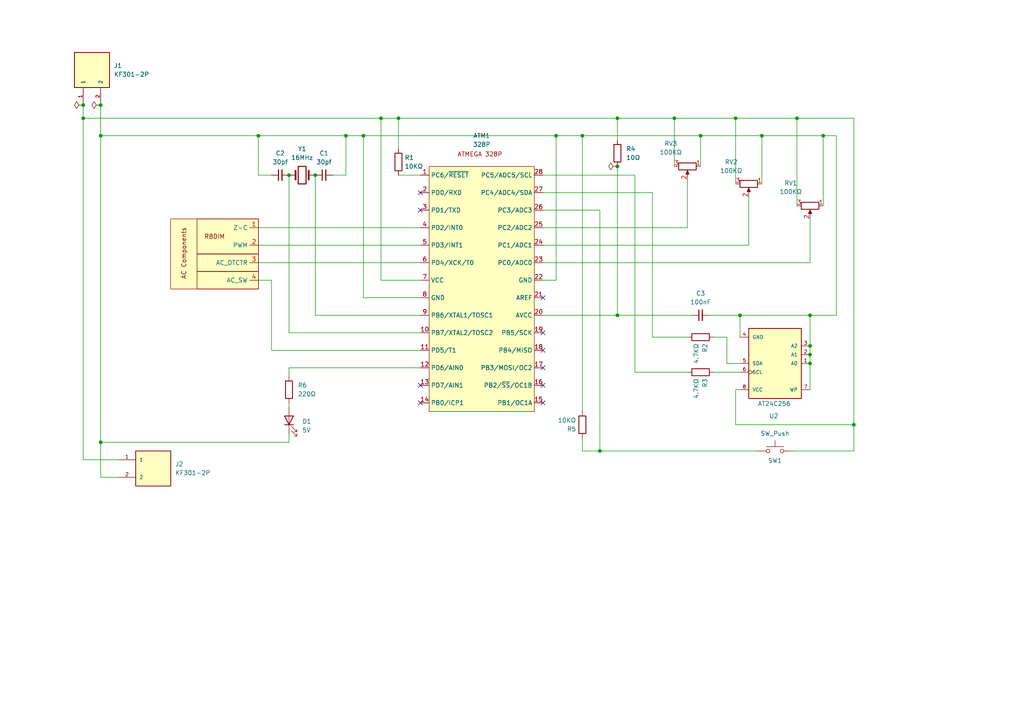
<source format=kicad_sch>
(kicad_sch (version 20250114) (generator "eeschema") (generator_version "9.0")
  (paper "A4")
  (title_block (title "Open 3-Step Logic Board ") (date "2025-07-25") (rev "0.2.1") (comment 1 "Matching actual ATMEGA 328P DIP pinout for ease of use"))
  (lib_symbols
    (symbol "AC Boards:AC_Components"
      (property "Reference" "U" (at -1.778 0.762 0))
      (symbol "AC_Components_0_1"
        (rectangle (start -25.4 0) (end 0 -20.32) (fill (type background)))
        (rectangle (start -17.78 -10.16) (end 0 -15.24))
        (rectangle (start 0 0) (end -17.78 -10.16))
        (rectangle (start 0 -15.24) (end -17.78 -20.32))
      )
      (symbol "AC_Components_1_1"
        (text "AC Components\n" (at -21.59 -9.906 900) (effects (font (size 1.27 1.27))))
        (text "RBDIM" (at -12.7 -5.08 0) (effects (font (size 1.27 1.27))))
        (pin input line (at 0 -2.54 180) (length 2.54) (name "Z-C") (number "1"))
        (pin input line (at 0 -7.62 180) (length 2.54) (name "PWM") (number "2"))
        (pin input line (at 0 -12.7 180) (length 2.54) (name "AC_DTCTR") (number "3"))
        (pin input line (at 0 -17.78 180) (length 2.54) (name "AC_SW") (number "4"))
      )
    )
    (symbol "AT24C256C-SSHL-B:AT24C256C-SSHL-B" (pin_names (offset 1.016))
      (property "Reference" "U" (at -7.6286 10.1715 0))
      (property "Value" "AT24C256C-SSHL-B" (at -7.6202 -12.7003 0))
      (symbol "AT24C256C-SSHL-B_0_0"
        (rectangle (start -7.62 -10.16) (end 7.62 10.16) (stroke (width 0.254)) (fill (type background)))
        (pin input line (at -10.16 7.62 0) (length 2.54) (name "WP") (number "7"))
        (pin input line (at -10.16 0 0) (length 2.54) (name "A0") (number "1"))
        (pin input line (at -10.16 -2.54 0) (length 2.54) (name "A1") (number "2"))
        (pin input line (at -10.16 -5.08 0) (length 2.54) (name "A2") (number "3"))
        (pin power_in line (at 10.16 7.62 180) (length 2.54) (name "VCC") (number "8"))
        (pin input clock (at 10.16 2.54 180) (length 2.54) (name "SCL") (number "6"))
        (pin bidirectional line (at 10.16 0 180) (length 2.54) (name "SDA") (number "5"))
        (pin power_in line (at 10.16 -7.62 180) (length 2.54) (name "GND") (number "4"))
      )
    )
    (symbol "ATMEGA328P-PU:ATMEGA_328P__(Real_Pinout)_Large"
      (property "Reference" "ATM" (at 0 12.7 0))
      (symbol "ATMEGA_328P__(Real_Pinout)_Large_0_1"
        (rectangle (start -15.24 11.43) (end 15.24 -59.69) (fill (type background)))
      )
      (symbol "ATMEGA_328P__(Real_Pinout)_Large_1_1"
        (text "ATMEGA 328P" (at -0.508 14.986 0) (effects (font (size 1.27 1.27))))
        (pin bidirectional line (at -17.78 8.89 0) (length 2.54) (name "PC6/~{RESET}") (number "1"))
        (pin bidirectional line (at -17.78 3.81 0) (length 2.54) (name "PD0/RXD") (number "2"))
        (pin bidirectional line (at -17.78 -1.27 0) (length 2.54) (name "PD1/TXD") (number "3"))
        (pin bidirectional line (at -17.78 -6.35 0) (length 2.54) (name "PD2/INT0") (number "4"))
        (pin bidirectional line (at -17.78 -11.43 0) (length 2.54) (name "PD3/INT1") (number "5"))
        (pin bidirectional line (at -17.78 -16.51 0) (length 2.54) (name "PD4/XCK/T0") (number "6"))
        (pin power_in line (at -17.78 -21.59 0) (length 2.54) (name "VCC") (number "7"))
        (pin power_in line (at -17.78 -26.67 0) (length 2.54) (name "GND") (number "8"))
        (pin bidirectional line (at -17.78 -31.75 0) (length 2.54) (name "PB6/XTAL1/TOSC1") (number "9"))
        (pin bidirectional line (at -17.78 -36.83 0) (length 2.54) (name "PB7/XTAL2/TOSC2") (number "10"))
        (pin bidirectional line (at -17.78 -41.91 0) (length 2.54) (name "PD5/T1") (number "11"))
        (pin bidirectional line (at -17.78 -46.99 0) (length 2.54) (name "PD6/AIN0") (number "12"))
        (pin bidirectional line (at -17.78 -52.07 0) (length 2.54) (name "PD7/AIN1") (number "13"))
        (pin bidirectional line (at -17.78 -57.15 0) (length 2.54) (name "PB0/ICP1") (number "14"))
        (pin bidirectional line (at 17.78 8.89 180) (length 2.54) (name "PC5/ADC5/SCL") (number "28"))
        (pin bidirectional line (at 17.78 3.81 180) (length 2.54) (name "PC4/ADC4/SDA") (number "27"))
        (pin bidirectional line (at 17.78 -1.27 180) (length 2.54) (name "PC3/ADC3") (number "26"))
        (pin bidirectional line (at 17.78 -6.35 180) (length 2.54) (name "PC2/ADC2") (number "25"))
        (pin bidirectional line (at 17.78 -11.43 180) (length 2.54) (name "PC1/ADC1") (number "24"))
        (pin bidirectional line (at 17.78 -16.51 180) (length 2.54) (name "PC0/ADC0") (number "23"))
        (pin power_in line (at 17.78 -21.59 180) (length 2.54) (name "GND") (number "22"))
        (pin input line (at 17.78 -26.67 180) (length 2.54) (name "AREF") (number "21"))
        (pin power_in line (at 17.78 -31.75 180) (length 2.54) (name "AVCC") (number "20"))
        (pin bidirectional line (at 17.78 -36.83 180) (length 2.54) (name "PB5/SCK") (number "19"))
        (pin bidirectional line (at 17.78 -41.91 180) (length 2.54) (name "PB4/MISO") (number "18"))
        (pin bidirectional line (at 17.78 -46.99 180) (length 2.54) (name "PB3/MOSI/OC2") (number "17"))
        (pin bidirectional line (at 17.78 -52.07 180) (length 2.54) (name "PB2/~{SS}/OC1B") (number "16"))
        (pin bidirectional line (at 17.78 -57.15 180) (length 2.54) (name "PB1/OC1A") (number "15"))
      )
    )
    (symbol "Device:C_Small" (pin_numbers (hide yes)) (pin_names (offset 0.254) (hide yes))
      (property "Reference" "C" (at 0.254 1.778 0))
      (property "Value" "C_Small" (at 0.254 -2.032 0))
      (symbol "C_Small_0_1"
        (polyline (pts (xy -1.524 0.508) (xy 1.524 0.508)) (stroke (width 0.3048)))
        (polyline (pts (xy -1.524 -0.508) (xy 1.524 -0.508)) (stroke (width 0.3302)))
      )
      (symbol "C_Small_1_1"
        (pin passive line (at 0 2.54 270) (length 2.032) (name "~") (number "1"))
        (pin passive line (at 0 -2.54 90) (length 2.032) (name "~") (number "2"))
      )
    )
    (symbol "Device:Crystal" (pin_numbers (hide yes)) (pin_names (offset 1.016) (hide yes))
      (property "Reference" "Y" (at 0 3.81 0))
      (property "Value" "Crystal" (at 0 -3.81 0))
      (symbol "Crystal_0_1"
        (polyline (pts (xy -2.54 0) (xy -1.905 0)))
        (polyline (pts (xy -1.905 -1.27) (xy -1.905 1.27)) (stroke (width 0.508)))
        (rectangle (start -1.143 2.54) (end 1.143 -2.54) (stroke (width 0.3048)))
        (polyline (pts (xy 1.905 -1.27) (xy 1.905 1.27)) (stroke (width 0.508)))
        (polyline (pts (xy 2.54 0) (xy 1.905 0)))
      )
      (symbol "Crystal_1_1"
        (pin passive line (at -3.81 0 0) (length 1.27) (name "1") (number "1"))
        (pin passive line (at 3.81 0 180) (length 1.27) (name "2") (number "2"))
      )
    )
    (symbol "Device:LED" (pin_numbers (hide yes)) (pin_names (offset 1.016) (hide yes))
      (property "Reference" "D" (at 0 2.54 0))
      (property "Value" "LED" (at 0 -2.54 0))
      (symbol "LED_0_1"
        (polyline (pts (xy -3.048 -0.762) (xy -4.572 -2.286) (xy -3.81 -2.286) (xy -4.572 -2.286) (xy -4.572 -1.524)))
        (polyline (pts (xy -1.778 -0.762) (xy -3.302 -2.286) (xy -2.54 -2.286) (xy -3.302 -2.286) (xy -3.302 -1.524)))
        (polyline (pts (xy -1.27 0) (xy 1.27 0)))
        (polyline (pts (xy -1.27 -1.27) (xy -1.27 1.27)) (stroke (width 0.254)))
        (polyline (pts (xy 1.27 -1.27) (xy 1.27 1.27) (xy -1.27 0) (xy 1.27 -1.27)) (stroke (width 0.254)))
      )
      (symbol "LED_1_1"
        (pin passive line (at -3.81 0 0) (length 2.54) (name "K") (number "1"))
        (pin passive line (at 3.81 0 180) (length 2.54) (name "A") (number "2"))
      )
    )
    (symbol "Device:R" (pin_numbers (hide yes)) (pin_names (offset 0))
      (property "Reference" "R" (at 2.032 0 90))
      (property "Value" "R" (at 0 0 90))
      (symbol "R_0_1"
        (rectangle (start -1.016 -2.54) (end 1.016 2.54) (stroke (width 0.254)))
      )
      (symbol "R_1_1"
        (pin passive line (at 0 3.81 270) (length 1.27) (name "~") (number "1"))
        (pin passive line (at 0 -3.81 90) (length 1.27) (name "~") (number "2"))
      )
    )
    (symbol "Device:R_Potentiometer" (pin_names (offset 1.016) (hide yes))
      (property "Reference" "RV" (at -4.445 0 90))
      (property "Value" "R_Potentiometer" (at -2.54 0 90))
      (symbol "R_Potentiometer_0_1"
        (rectangle (start 1.016 2.54) (end -1.016 -2.54) (stroke (width 0.254)))
        (polyline (pts (xy 1.143 0) (xy 2.286 0.508) (xy 2.286 -0.508) (xy 1.143 0)) (fill (type outline)))
        (polyline (pts (xy 2.54 0) (xy 1.524 0)))
      )
      (symbol "R_Potentiometer_1_1"
        (pin passive line (at 0 3.81 270) (length 1.27) (name "1") (number "1"))
        (pin passive line (at 0 -3.81 90) (length 1.27) (name "3") (number "3"))
        (pin passive line (at 3.81 0 180) (length 1.27) (name "2") (number "2"))
      )
    )
    (symbol "KF301-2P:KF301-2P" (pin_names (offset 1.016))
      (property "Reference" "J" (at -5.08 5.842 0))
      (property "Value" "KF301-2P" (at -5.08 -7.62 0))
      (symbol "KF301-2P_0_0"
        (rectangle (start -5.08 -5.08) (end 5.08 5.08) (stroke (width 0.254)) (fill (type background)))
        (pin passive line (at -10.16 2.54 0) (length 5.08) (name "1") (number "1"))
        (pin passive line (at -10.16 -2.54 0) (length 5.08) (name "2") (number "2"))
      )
    )
    (symbol "Switch:SW_Push" (pin_numbers (hide yes)) (pin_names (offset 1.016) (hide yes))
      (property "Reference" "SW" (at 1.27 2.54 0))
      (property "Value" "SW_Push" (at 0 -1.524 0))
      (symbol "SW_Push_0_1"
        (circle (center -2.032 0) (radius 0.508))
        (polyline (pts (xy 0 1.27) (xy 0 3.048)))
        (circle (center 2.032 0) (radius 0.508))
        (polyline (pts (xy 2.54 1.27) (xy -2.54 1.27)))
        (pin passive line (at -5.08 0 0) (length 2.54) (name "1") (number "1"))
        (pin passive line (at 5.08 0 180) (length 2.54) (name "2") (number "2"))
      )
    )
    (symbol "power:PWR_FLAG" (power) (pin_numbers (hide yes)) (pin_names (offset 0) (hide yes))
      (property "Value" "PWR_FLAG" (at 0 3.81 0))
      (symbol "PWR_FLAG_0_0"
        (pin power_out line (at 0 0 90) (length 0) (name "~") (number "1"))
      )
      (symbol "PWR_FLAG_0_1"
        (polyline (pts (xy 0 0) (xy 0 1.27) (xy -1.016 1.905) (xy 0 2.54) (xy 1.016 1.905) (xy 0 1.27)))
      )
    )
  )
  (junction (at 234.95 102.87))
  (junction (at 24.13 34.29))
  (junction (at 29.21 30.48))
  (junction (at 161.29 39.37))
  (junction (at 179.07 91.44))
  (junction (at 24.13 30.48))
  (junction (at 213.36 34.29))
  (junction (at 234.95 91.44))
  (junction (at 214.63 91.44))
  (junction (at 234.95 100.33))
  (junction (at 168.91 39.37))
  (junction (at 91.44 50.8))
  (junction (at 115.57 34.29))
  (junction (at 247.65 123.19))
  (junction (at 173.99 130.81))
  (junction (at 238.76 39.37))
  (junction (at 100.33 39.37))
  (junction (at 231.14 34.29))
  (junction (at 29.21 128.27))
  (junction (at 74.93 39.37))
  (junction (at 83.82 50.8))
  (junction (at 220.98 39.37))
  (junction (at 203.2 39.37))
  (junction (at 195.58 34.29))
  (junction (at 105.41 39.37))
  (junction (at 234.95 105.41))
  (junction (at 29.21 39.37))
  (junction (at 179.07 34.29))
  (junction (at 179.07 48.26))
  (junction (at 110.49 34.29))
  (no_connect (at 121.92 116.84))
  (no_connect (at 157.48 116.84))
  (no_connect (at 121.92 60.96))
  (no_connect (at 157.48 96.52))
  (no_connect (at 121.92 55.88))
  (no_connect (at 157.48 86.36))
  (no_connect (at 157.48 101.6))
  (no_connect (at 157.48 111.76))
  (no_connect (at 121.92 111.76))
  (no_connect (at 157.48 106.68))
  (wire (pts (xy 24.13 34.29) (xy 110.49 34.29)))
  (wire (pts (xy 34.29 133.35) (xy 24.13 133.35)))
  (wire (pts (xy 214.63 113.03) (xy 213.36 113.03)))
  (wire (pts (xy 115.57 34.29) (xy 115.57 43.18)))
  (wire (pts (xy 179.07 48.26) (xy 179.07 91.44)))
  (wire (pts (xy 213.36 53.34) (xy 213.36 34.29)))
  (wire (pts (xy 100.33 39.37) (xy 105.41 39.37)))
  (wire (pts (xy 229.87 130.81) (xy 247.65 130.81)))
  (wire (pts (xy 83.82 116.84) (xy 83.82 118.11)))
  (wire (pts (xy 210.82 97.79) (xy 210.82 105.41)))
  (wire (pts (xy 199.39 52.07) (xy 199.39 66.04)))
  (wire (pts (xy 24.13 34.29) (xy 24.13 133.35)))
  (wire (pts (xy 74.93 66.04) (xy 121.92 66.04)))
  (wire (pts (xy 203.2 48.26) (xy 203.2 39.37)))
  (wire (pts (xy 115.57 34.29) (xy 179.07 34.29)))
  (wire (pts (xy 74.93 76.2) (xy 121.92 76.2)))
  (wire (pts (xy 179.07 34.29) (xy 179.07 40.64)))
  (wire (pts (xy 173.99 130.81) (xy 173.99 60.96)))
  (wire (pts (xy 213.36 34.29) (xy 231.14 34.29)))
  (wire (pts (xy 234.95 102.87) (xy 234.95 105.41)))
  (wire (pts (xy 74.93 39.37) (xy 74.93 50.8)))
  (wire (pts (xy 234.95 105.41) (xy 234.95 113.03)))
  (wire (pts (xy 179.07 34.29) (xy 195.58 34.29)))
  (wire (pts (xy 29.21 39.37) (xy 74.93 39.37)))
  (wire (pts (xy 157.48 60.96) (xy 173.99 60.96)))
  (wire (pts (xy 213.36 113.03) (xy 213.36 123.19)))
  (wire (pts (xy 220.98 53.34) (xy 220.98 39.37)))
  (wire (pts (xy 234.95 100.33) (xy 234.95 102.87)))
  (wire (pts (xy 83.82 106.68) (xy 83.82 109.22)))
  (wire (pts (xy 161.29 39.37) (xy 168.91 39.37)))
  (wire (pts (xy 96.52 50.8) (xy 100.33 50.8)))
  (wire (pts (xy 157.48 50.8) (xy 184.15 50.8)))
  (wire (pts (xy 100.33 39.37) (xy 100.33 50.8)))
  (wire (pts (xy 115.57 50.8) (xy 121.92 50.8)))
  (wire (pts (xy 173.99 130.81) (xy 219.71 130.81)))
  (wire (pts (xy 231.14 34.29) (xy 231.14 59.69)))
  (wire (pts (xy 214.63 97.79) (xy 214.63 91.44)))
  (wire (pts (xy 78.74 101.6) (xy 121.92 101.6)))
  (wire (pts (xy 83.82 106.68) (xy 121.92 106.68)))
  (wire (pts (xy 83.82 125.73) (xy 83.82 128.27)))
  (wire (pts (xy 105.41 39.37) (xy 105.41 86.36)))
  (wire (pts (xy 157.48 91.44) (xy 179.07 91.44)))
  (wire (pts (xy 105.41 86.36) (xy 121.92 86.36)))
  (wire (pts (xy 217.17 71.12) (xy 157.48 71.12)))
  (wire (pts (xy 110.49 34.29) (xy 115.57 34.29)))
  (wire (pts (xy 168.91 130.81) (xy 173.99 130.81)))
  (wire (pts (xy 238.76 59.69) (xy 238.76 39.37)))
  (wire (pts (xy 210.82 97.79) (xy 207.01 97.79)))
  (wire (pts (xy 74.93 39.37) (xy 100.33 39.37)))
  (wire (pts (xy 168.91 39.37) (xy 168.91 119.38)))
  (wire (pts (xy 199.39 107.95) (xy 184.15 107.95)))
  (wire (pts (xy 105.41 39.37) (xy 161.29 39.37)))
  (wire (pts (xy 189.23 55.88) (xy 157.48 55.88)))
  (wire (pts (xy 34.29 138.43) (xy 29.21 138.43)))
  (wire (pts (xy 214.63 105.41) (xy 210.82 105.41)))
  (wire (pts (xy 238.76 39.37) (xy 242.57 39.37)))
  (wire (pts (xy 29.21 128.27) (xy 29.21 138.43)))
  (wire (pts (xy 217.17 57.15) (xy 217.17 71.12)))
  (wire (pts (xy 83.82 50.8) (xy 83.82 96.52)))
  (wire (pts (xy 83.82 128.27) (xy 29.21 128.27)))
  (wire (pts (xy 110.49 34.29) (xy 110.49 81.28)))
  (wire (pts (xy 234.95 76.2) (xy 157.48 76.2)))
  (wire (pts (xy 168.91 39.37) (xy 203.2 39.37)))
  (wire (pts (xy 234.95 91.44) (xy 242.57 91.44)))
  (wire (pts (xy 203.2 39.37) (xy 220.98 39.37)))
  (wire (pts (xy 189.23 55.88) (xy 189.23 97.79)))
  (wire (pts (xy 199.39 97.79) (xy 189.23 97.79)))
  (wire (pts (xy 195.58 34.29) (xy 213.36 34.29)))
  (wire (pts (xy 91.44 50.8) (xy 91.44 91.44)))
  (wire (pts (xy 205.74 91.44) (xy 214.63 91.44)))
  (wire (pts (xy 242.57 39.37) (xy 242.57 91.44)))
  (wire (pts (xy 74.93 81.28) (xy 78.74 81.28)))
  (wire (pts (xy 247.65 34.29) (xy 247.65 123.19)))
  (wire (pts (xy 195.58 48.26) (xy 195.58 34.29)))
  (wire (pts (xy 214.63 91.44) (xy 234.95 91.44)))
  (wire (pts (xy 231.14 34.29) (xy 247.65 34.29)))
  (wire (pts (xy 234.95 100.33) (xy 234.95 91.44)))
  (wire (pts (xy 29.21 30.48) (xy 29.21 39.37)))
  (wire (pts (xy 168.91 127) (xy 168.91 130.81)))
  (wire (pts (xy 213.36 123.19) (xy 247.65 123.19)))
  (wire (pts (xy 161.29 81.28) (xy 161.29 39.37)))
  (wire (pts (xy 110.49 81.28) (xy 121.92 81.28)))
  (wire (pts (xy 207.01 107.95) (xy 214.63 107.95)))
  (wire (pts (xy 179.07 91.44) (xy 200.66 91.44)))
  (wire (pts (xy 247.65 123.19) (xy 247.65 130.81)))
  (wire (pts (xy 157.48 81.28) (xy 161.29 81.28)))
  (wire (pts (xy 24.13 30.48) (xy 24.13 34.29)))
  (wire (pts (xy 78.74 81.28) (xy 78.74 101.6)))
  (wire (pts (xy 121.92 96.52) (xy 83.82 96.52)))
  (wire (pts (xy 29.21 39.37) (xy 29.21 128.27)))
  (wire (pts (xy 74.93 71.12) (xy 121.92 71.12)))
  (wire (pts (xy 234.95 63.5) (xy 234.95 76.2)))
  (wire (pts (xy 78.74 50.8) (xy 74.93 50.8)))
  (wire (pts (xy 184.15 50.8) (xy 184.15 107.95)))
  (wire (pts (xy 220.98 39.37) (xy 238.76 39.37)))
  (wire (pts (xy 91.44 91.44) (xy 121.92 91.44)))
  (wire (pts (xy 199.39 66.04) (xy 157.48 66.04)))
  (symbol (lib_id "Device:C_Small") (at 203.2 91.44 90) (unit 1)
    (property "Reference" "C3" (at 203.2063 85.09 90))
    (property "Value" "100nF" (at 203.2063 87.63 90))
    (property "Footprint" "Capacitor_THT:C_Disc_D3.0mm_W1.6mm_P2.50mm" (effects (hide yes)))
    (property "Description" "Unpolarized capacitor, small symbol" (effects (hide yes)))
  )
  (symbol (lib_id "Device:Crystal") (at 87.63 50.8 180) (unit 1)
    (property "Reference" "Y1" (at 87.63 43.18 0))
    (property "Value" "16MHz" (at 87.63 45.72 0))
    (property "Footprint" "Crystal:Crystal_HC49-U_Vertical" (effects (hide yes)))
    (property "Description" "Two pin crystal" (effects (hide yes)))
  )
  (symbol (lib_id "power:PWR_FLAG") (at 24.13 30.48 90) (unit 1)
    (property "Reference" "#FLG01" (effects (hide yes)))
    (property "Value" "PWR_FLAG" (effects (hide yes)))
    (property "Description" "Special symbol for telling ERC where power comes from" (effects (hide yes)))
  )
  (symbol (lib_id "Device:LED") (at 83.82 121.92 90) (unit 1)
    (property "Reference" "D1" (at 87.63 122.2374 90) (effects (justify right)))
    (property "Value" "5V" (at 87.63 124.7774 90) (effects (justify right)))
    (property "Footprint" "LED_THT:LED_D5.0mm" (effects (hide yes)))
    (property "Description" "Light emitting diode" (effects (hide yes)))
    (property "Sim.Pins" "1=K 2=A" (effects (hide yes)))
  )
  (symbol (lib_id "Device:R") (at 179.07 44.45 180) (unit 1)
    (property "Reference" "R4" (at 181.61 43.1799 0) (effects (justify right)))
    (property "Value" "10Ω" (at 181.61 45.7199 0) (effects (justify right)))
    (property "Footprint" "Resistor_THT:R_Axial_DIN0207_L6.3mm_D2.5mm_P7.62mm_Horizontal" (effects (hide yes)))
    (property "Description" "Resistor" (effects (hide yes)))
  )
  (symbol (lib_id "KF301-2P:KF301-2P") (at 44.45 135.89 0) (unit 1)
    (property "Reference" "J2" (at 50.8 134.6199 0) (effects (justify left)))
    (property "Value" "KF301-2P" (at 50.8 137.1599 0) (effects (justify left)))
    (property "Footprint" "KF301-2P:HANDSON_KF301-2P" (effects (hide yes)))
    (property "MF" "Handson Technology" (effects (hide yes)))
    (property "MAXIMUM_PACKAGE_HEIGHT" "10mm" (effects (hide yes)))
    (property "Package" "None" (effects (hide yes)))
    (property "Price" "None" (effects (hide yes)))
    (property "Check_prices" "https://www.snapeda.com/parts/KF301-2P/Handson+Technology/view-part/?ref=eda" (effects (hide yes)))
    (property "STANDARD" "Manufacturer Recommendations" (effects (hide yes)))
    (property "PARTREV" "NA" (effects (hide yes)))
    (property "SnapEDA_Link" "https://www.snapeda.com/parts/KF301-2P/Handson+Technology/view-part/?ref=snap" (effects (hide yes)))
    (property "MP" "KF301-2P" (effects (hide yes)))
    (property "Description_1" "2 Pin Terminal Block 5mm Pitch" (effects (hide yes)))
    (property "Availability" "Not in stock" (effects (hide yes)))
    (property "MANUFACTURER" "Handson Technology" (effects (hide yes)))
  )
  (symbol (lib_id "Device:R_Potentiometer") (at 234.95 59.69 270) (unit 1)
    (property "Reference" "RV1" (at 229.362 53.086 90))
    (property "Value" "100KΩ" (at 229.362 55.626 90))
    (property "Footprint" "Potentiometer_THT:Potentiometer_Runtron_RM-065_Vertical" (effects (hide yes)))
    (property "Description" "Potentiometer" (effects (hide yes)))
  )
  (symbol (lib_id "Device:R") (at 203.2 97.79 270) (unit 1)
    (property "Reference" "R2" (at 204.47 99.568 0) (effects (justify left)))
    (property "Value" "4.7KΩ" (at 201.93 99.568 0) (effects (justify left)))
    (property "Footprint" "Resistor_THT:R_Axial_DIN0207_L6.3mm_D2.5mm_P7.62mm_Horizontal" (effects (hide yes)))
    (property "Description" "Resistor" (effects (hide yes)))
  )
  (symbol (lib_id "Device:R") (at 115.57 46.99 180) (unit 1)
    (property "Reference" "R1" (at 117.348 45.72 0) (effects (justify right)))
    (property "Value" "10KΩ" (at 117.348 48.26 0) (effects (justify right)))
    (property "Footprint" "Resistor_THT:R_Axial_DIN0207_L6.3mm_D2.5mm_P7.62mm_Horizontal" (effects (hide yes)))
    (property "Description" "Resistor" (effects (hide yes)))
  )
  (symbol (lib_id "KF301-2P:KF301-2P") (at 26.67 20.32 90) (unit 1)
    (property "Reference" "J1" (at 33.02 19.0499 90) (effects (justify right)))
    (property "Value" "KF301-2P" (at 33.02 21.5899 90) (effects (justify right)))
    (property "Footprint" "KF301-2P:HANDSON_KF301-2P" (effects (hide yes)))
    (property "MF" "Handson Technology" (effects (hide yes)))
    (property "MAXIMUM_PACKAGE_HEIGHT" "10mm" (effects (hide yes)))
    (property "Package" "None" (effects (hide yes)))
    (property "Price" "None" (effects (hide yes)))
    (property "Check_prices" "https://www.snapeda.com/parts/KF301-2P/Handson+Technology/view-part/?ref=eda" (effects (hide yes)))
    (property "STANDARD" "Manufacturer Recommendations" (effects (hide yes)))
    (property "PARTREV" "NA" (effects (hide yes)))
    (property "SnapEDA_Link" "https://www.snapeda.com/parts/KF301-2P/Handson+Technology/view-part/?ref=snap" (effects (hide yes)))
    (property "MP" "KF301-2P" (effects (hide yes)))
    (property "Description_1" "2 Pin Terminal Block 5mm Pitch" (effects (hide yes)))
    (property "Availability" "Not in stock" (effects (hide yes)))
    (property "MANUFACTURER" "Handson Technology" (effects (hide yes)))
  )
  (symbol (lib_id "Device:R_Potentiometer") (at 199.39 48.26 270) (unit 1)
    (property "Reference" "RV3" (at 194.564 41.656 90))
    (property "Value" "100KΩ" (at 194.564 44.196 90))
    (property "Footprint" "Potentiometer_THT:Potentiometer_Runtron_RM-065_Vertical" (effects (hide yes)))
    (property "Description" "Potentiometer" (effects (hide yes)))
  )
  (symbol (lib_id "Device:R") (at 203.2 107.95 270) (unit 1)
    (property "Reference" "R3" (at 204.47 109.728 0) (effects (justify left)))
    (property "Value" "4.7KΩ" (at 201.93 109.728 0) (effects (justify left)))
    (property "Footprint" "Resistor_THT:R_Axial_DIN0207_L6.3mm_D2.5mm_P7.62mm_Horizontal" (effects (hide yes)))
    (property "Description" "Resistor" (effects (hide yes)))
  )
  (symbol (lib_id "Device:C_Small") (at 93.98 50.8 90) (unit 1)
    (property "Reference" "C1" (at 93.9863 44.45 90))
    (property "Value" "30pf" (at 93.9863 46.99 90))
    (property "Footprint" "Capacitor_THT:C_Disc_D3.0mm_W1.6mm_P2.50mm" (effects (hide yes)))
    (property "Description" "Unpolarized capacitor, small symbol" (effects (hide yes)))
  )
  (symbol (lib_id "AT24C256C-SSHL-B:AT24C256C-SSHL-B") (at 224.79 105.41 180) (unit 1)
    (property "Reference" "U2" (at 225.806 120.65 0) (effects (justify left)))
    (property "Value" "AT24C256" (at 229.362 117.094 0) (effects (justify left)))
    (property "Footprint" "AT24C256-10PC:DIP787W46P254L927H533Q8" (effects (hide yes)))
    (property "MF" "Microchip Technology" (effects (hide yes)))
    (property "Description_1" "EEPROM Serial-2Wire 256K-bit 32K x 8 1.8V/2.5V/3.3V/5V Automotive 8-Pin SOIC N Tube" (effects (hide yes)))
    (property "Package" "SO-8 Microchip" (effects (hide yes)))
    (property "Price" "None" (effects (hide yes)))
    (property "Check_prices" "https://www.snapeda.com/parts/AT24C256C-SSHL-B/Microchip/view-part/?ref=eda" (effects (hide yes)))
    (property "SnapEDA_Link" "https://www.snapeda.com/parts/AT24C256C-SSHL-B/Microchip/view-part/?ref=snap" (effects (hide yes)))
    (property "MP" "AT24C256C-SSHL-B" (effects (hide yes)))
    (property "Availability" "In Stock" (effects (hide yes)))
    (property "MANUFACTURER" "Atmel" (effects (hide yes)))
  )
  (symbol (lib_id "Switch:SW_Push") (at 224.79 130.81 0) (unit 1)
    (property "Reference" "SW1" (at 224.79 133.604 0))
    (property "Value" "SW_Push" (at 224.79 125.73 0))
    (property "Footprint" "Button_Switch_THT:SW_PUSH_6mm_H5mm" (effects (hide yes)))
    (property "Description" "Push button switch, generic, two pins" (effects (hide yes)))
  )
  (symbol (lib_id "Device:C_Small") (at 81.28 50.8 90) (unit 1)
    (property "Reference" "C2" (at 81.2863 44.45 90))
    (property "Value" "30pf" (at 81.2863 46.99 90))
    (property "Footprint" "Capacitor_THT:C_Disc_D3.0mm_W1.6mm_P2.50mm" (effects (hide yes)))
    (property "Description" "Unpolarized capacitor, small symbol" (effects (hide yes)))
  )
  (symbol (lib_id "power:PWR_FLAG") (at 29.21 30.48 90) (unit 1)
    (property "Reference" "#FLG02" (effects (hide yes)))
    (property "Value" "PWR_FLAG" (effects (hide yes)))
    (property "Description" "Special symbol for telling ERC where power comes from" (effects (hide yes)))
  )
  (symbol (lib_id "Device:R_Potentiometer") (at 217.17 53.34 270) (unit 1)
    (property "Reference" "RV2" (at 212.09 46.99 90))
    (property "Value" "100KΩ" (at 212.09 49.53 90))
    (property "Footprint" "Potentiometer_THT:Potentiometer_Runtron_RM-065_Vertical" (effects (hide yes)))
    (property "Description" "Potentiometer" (effects (hide yes)))
  )
  (symbol (lib_id "Device:R") (at 168.91 123.19 0) (unit 1)
    (property "Reference" "R5" (at 167.132 124.46 0) (effects (justify right)))
    (property "Value" "10KΩ" (at 167.132 121.92 0) (effects (justify right)))
    (property "Footprint" "Resistor_THT:R_Axial_DIN0207_L6.3mm_D2.5mm_P7.62mm_Horizontal" (effects (hide yes)))
    (property "Description" "Resistor" (effects (hide yes)))
  )
  (symbol (lib_id "Device:R") (at 83.82 113.03 0) (unit 1)
    (property "Reference" "R6" (at 86.36 111.7599 0) (effects (justify left)))
    (property "Value" "220Ω" (at 86.36 114.2999 0) (effects (justify left)))
    (property "Footprint" "Resistor_THT:R_Axial_DIN0207_L6.3mm_D2.5mm_P7.62mm_Horizontal" (effects (hide yes)))
    (property "Description" "Resistor" (effects (hide yes)))
  )
  (symbol (lib_id "ATMEGA328P-PU:ATMEGA_328P__(Real_Pinout)_Large") (at 139.7 59.69 0) (unit 1)
    (property "Reference" "ATM1" (at 139.7 39.37 0))
    (property "Value" "328P" (at 139.7 41.91 0))
    (property "Footprint" "ATMEGA328P-PU:DIP794W46P254L2967H457Q28B" (effects (hide yes)))
  )
  (symbol (lib_id "AC Boards:AC_Components") (at 74.93 63.5 0) (unit 1)
    (property "Reference" "U1" (effects (hide yes)))
    (property "Footprint" "Connector_PinHeader_2.54mm:PinHeader_1x04_P2.54mm_Vertical" (effects (hide yes)))
  )
  (symbol (lib_id "power:PWR_FLAG") (at 179.07 48.26 90) (unit 1)
    (property "Reference" "#FLG03" (effects (hide yes)))
    (property "Value" "PWR_FLAG" (effects (hide yes)))
    (property "Description" "Special symbol for telling ERC where power comes from" (effects (hide yes)))
  )
)
</source>
